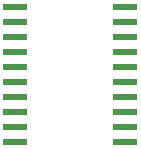
<source format=gbr>
G04 EAGLE Gerber RS-274X export*
G75*
%MOMM*%
%FSLAX34Y34*%
%LPD*%
%INSolderpaste Bottom*%
%IPPOS*%
%AMOC8*
5,1,8,0,0,1.08239X$1,22.5*%
G01*
G04 Define Apertures*
%ADD10R,2.053000X0.604500*%
D10*
X173537Y171450D03*
X173537Y158750D03*
X173537Y146050D03*
X173537Y133350D03*
X173537Y120650D03*
X173537Y107950D03*
X173537Y95250D03*
X173537Y82550D03*
X173537Y69850D03*
X173537Y57150D03*
X80463Y57150D03*
X80463Y69850D03*
X80463Y82550D03*
X80463Y95250D03*
X80463Y107950D03*
X80463Y120650D03*
X80463Y133350D03*
X80463Y146050D03*
X80463Y158750D03*
X80463Y171450D03*
M02*

</source>
